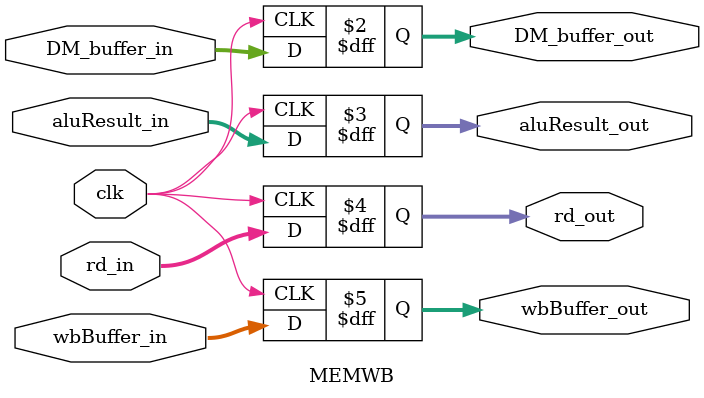
<source format=v>
module MEMWB(
	input clk,
	input [63:0] DM_buffer_in,
	input [63:0] aluResult_in,
	input [4:0] rd_in,
	input [1:0] wbBuffer_in,
	output reg [63:0] DM_buffer_out,
	output reg [63:0] aluResult_out,
	output reg [4:0] rd_out,
	output reg [1:0] wbBuffer_out
);

always @(posedge clk)
begin
	DM_buffer_out = DM_buffer_in;
	aluResult_out = aluResult_in;
	rd_out = rd_in;
	wbBuffer_out = wbBuffer_in;
end

endmodule
</source>
